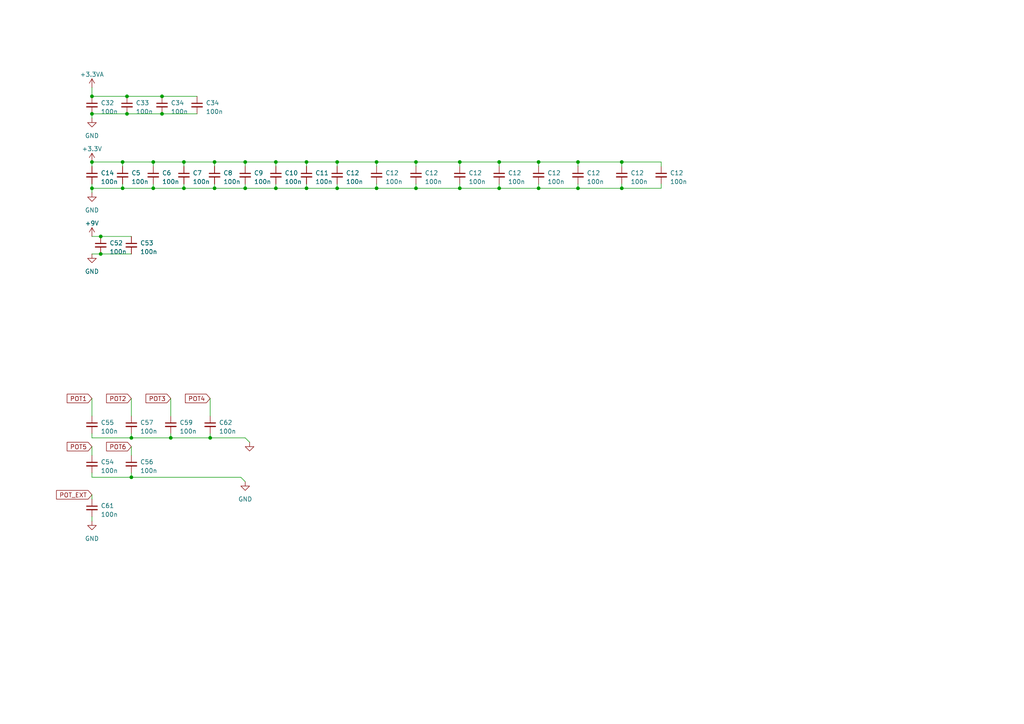
<source format=kicad_sch>
(kicad_sch (version 20230121) (generator eeschema)
  (paper "A4")
  (lib_symbols
    (symbol "Device:C_Small" (pin_numbers hide) (pin_names (offset 0.254) hide)
      (property "Reference" "C" (at 0.254 1.778 0))
      (property "Value" "C_Small" (at 0.254 -2.032 0))
      (symbol "C_Small_0_1"
        (polyline (pts (xy -1.524 -0.508) (xy 1.524 -0.508)) (stroke (width 0.3302)))
        (polyline (pts (xy -1.524 0.508) (xy 1.524 0.508)) (stroke (width 0.3048)))
      )
      (symbol "C_Small_1_1"
        (pin passive line (at 0 2.54 270) (length 2.032) (name "~") (number "1"))
        (pin passive line (at 0 -2.54 90) (length 2.032) (name "~") (number "2"))
      )
    )
    (symbol "power:+3.3V" (power) (pin_names (offset 0))
      (property "Value" "+3.3V" (at 0 3.556 0))
      (symbol "+3.3V_0_1"
        (polyline (pts (xy -0.762 1.27) (xy 0 2.54)))
        (polyline (pts (xy 0 0) (xy 0 2.54)))
        (polyline (pts (xy 0 2.54) (xy 0.762 1.27)))
      )
      (symbol "+3.3V_1_1"
        (pin power_in line (at 0 0 90) (length 0) hide (name "+3.3V") (number "1"))
      )
    )
    (symbol "power:+3.3VA" (power) (pin_names (offset 0))
      (property "Value" "+3.3VA" (at 0 3.556 0))
      (symbol "+3.3VA_0_1"
        (polyline (pts (xy -0.762 1.27) (xy 0 2.54)))
        (polyline (pts (xy 0 0) (xy 0 2.54)))
        (polyline (pts (xy 0 2.54) (xy 0.762 1.27)))
      )
      (symbol "+3.3VA_1_1"
        (pin power_in line (at 0 0 90) (length 0) hide (name "+3.3VA") (number "1"))
      )
    )
    (symbol "power:+9V" (power) (pin_names (offset 0))
      (property "Value" "+9V" (at 0 3.556 0))
      (symbol "+9V_0_1"
        (polyline (pts (xy -0.762 1.27) (xy 0 2.54)))
        (polyline (pts (xy 0 0) (xy 0 2.54)))
        (polyline (pts (xy 0 2.54) (xy 0.762 1.27)))
      )
      (symbol "+9V_1_1"
        (pin power_in line (at 0 0 90) (length 0) hide (name "+9V") (number "1"))
      )
    )
    (symbol "power:GND" (power) (pin_names (offset 0))
      (property "Value" "GND" (at 0 -3.81 0))
      (symbol "GND_0_1"
        (polyline (pts (xy 0 0) (xy 0 -1.27) (xy 1.27 -1.27) (xy 0 -2.54) (xy -1.27 -1.27) (xy 0 -1.27)))
      )
      (symbol "GND_1_1"
        (pin power_in line (at 0 0 270) (length 0) hide (name "GND") (number "1"))
      )
    )
  )
  (junction (at 133.35 46.99))
  (junction (at 144.78 46.99))
  (junction (at 144.78 54.61))
  (junction (at 156.21 46.99))
  (junction (at 71.12 46.99))
  (junction (at 109.22 54.61))
  (junction (at 26.67 46.99))
  (junction (at 46.99 33.02))
  (junction (at 53.34 54.61))
  (junction (at 120.65 46.99))
  (junction (at 167.64 54.61))
  (junction (at 35.56 46.99))
  (junction (at 38.1 138.43))
  (junction (at 44.45 46.99))
  (junction (at 26.67 33.02))
  (junction (at 180.34 54.61))
  (junction (at 49.53 127))
  (junction (at 97.79 54.61))
  (junction (at 109.22 46.99))
  (junction (at 60.96 127))
  (junction (at 88.9 46.99))
  (junction (at 167.64 46.99))
  (junction (at 71.12 54.61))
  (junction (at 80.01 46.99))
  (junction (at 53.34 46.99))
  (junction (at 46.99 27.94))
  (junction (at 35.56 54.61))
  (junction (at 62.23 46.99))
  (junction (at 133.35 54.61))
  (junction (at 29.21 73.66))
  (junction (at 180.34 46.99))
  (junction (at 62.23 54.61))
  (junction (at 120.65 54.61))
  (junction (at 38.1 127))
  (junction (at 97.79 46.99))
  (junction (at 36.83 33.02))
  (junction (at 26.67 54.61))
  (junction (at 88.9 54.61))
  (junction (at 44.45 54.61))
  (junction (at 36.83 27.94))
  (junction (at 26.67 27.94))
  (junction (at 80.01 54.61))
  (junction (at 156.21 54.61))
  (junction (at 29.21 68.58))
  (wire (pts (xy 29.21 68.58) (xy 38.1 68.58)))
  (wire (pts (xy 109.22 48.26) (xy 109.22 46.99)))
  (wire (pts (xy 109.22 53.34) (xy 109.22 54.61)))
  (wire (pts (xy 62.23 54.61) (xy 53.34 54.61)))
  (wire (pts (xy 26.67 48.26) (xy 26.67 46.99)))
  (wire (pts (xy 49.53 125.73) (xy 49.53 127)))
  (wire (pts (xy 35.56 54.61) (xy 26.67 54.61)))
  (wire (pts (xy 88.9 46.99) (xy 97.79 46.99)))
  (wire (pts (xy 120.65 53.34) (xy 120.65 54.61)))
  (wire (pts (xy 180.34 53.34) (xy 180.34 54.61)))
  (wire (pts (xy 26.67 143.51) (xy 26.67 144.78)))
  (wire (pts (xy 29.21 73.66) (xy 38.1 73.66)))
  (wire (pts (xy 144.78 54.61) (xy 156.21 54.61)))
  (wire (pts (xy 120.65 48.26) (xy 120.65 46.99)))
  (wire (pts (xy 80.01 46.99) (xy 71.12 46.99)))
  (wire (pts (xy 97.79 48.26) (xy 97.79 46.99)))
  (wire (pts (xy 26.67 127) (xy 38.1 127)))
  (wire (pts (xy 60.96 127) (xy 71.12 127)))
  (wire (pts (xy 38.1 127) (xy 49.53 127)))
  (wire (pts (xy 53.34 48.26) (xy 53.34 46.99)))
  (wire (pts (xy 156.21 53.34) (xy 156.21 54.61)))
  (wire (pts (xy 133.35 46.99) (xy 120.65 46.99)))
  (wire (pts (xy 38.1 125.73) (xy 38.1 127)))
  (wire (pts (xy 53.34 46.99) (xy 62.23 46.99)))
  (wire (pts (xy 26.67 68.58) (xy 29.21 68.58)))
  (wire (pts (xy 44.45 53.34) (xy 44.45 54.61)))
  (wire (pts (xy 26.67 149.86) (xy 26.67 151.13)))
  (wire (pts (xy 133.35 54.61) (xy 144.78 54.61)))
  (wire (pts (xy 69.85 138.43) (xy 71.12 139.7)))
  (wire (pts (xy 26.67 73.66) (xy 29.21 73.66)))
  (wire (pts (xy 26.67 33.02) (xy 36.83 33.02)))
  (wire (pts (xy 97.79 54.61) (xy 88.9 54.61)))
  (wire (pts (xy 88.9 48.26) (xy 88.9 46.99)))
  (wire (pts (xy 191.77 48.26) (xy 191.77 46.99)))
  (wire (pts (xy 38.1 137.16) (xy 38.1 138.43)))
  (wire (pts (xy 167.64 48.26) (xy 167.64 46.99)))
  (wire (pts (xy 60.96 115.57) (xy 60.96 120.65)))
  (wire (pts (xy 62.23 46.99) (xy 71.12 46.99)))
  (wire (pts (xy 156.21 54.61) (xy 167.64 54.61)))
  (wire (pts (xy 109.22 46.99) (xy 120.65 46.99)))
  (wire (pts (xy 49.53 127) (xy 60.96 127)))
  (wire (pts (xy 35.56 48.26) (xy 35.56 46.99)))
  (wire (pts (xy 144.78 53.34) (xy 144.78 54.61)))
  (wire (pts (xy 36.83 27.94) (xy 46.99 27.94)))
  (wire (pts (xy 97.79 46.99) (xy 109.22 46.99)))
  (wire (pts (xy 62.23 48.26) (xy 62.23 46.99)))
  (wire (pts (xy 71.12 53.34) (xy 71.12 54.61)))
  (wire (pts (xy 35.56 46.99) (xy 44.45 46.99)))
  (wire (pts (xy 180.34 48.26) (xy 180.34 46.99)))
  (wire (pts (xy 26.67 54.61) (xy 26.67 55.88)))
  (wire (pts (xy 144.78 46.99) (xy 133.35 46.99)))
  (wire (pts (xy 44.45 48.26) (xy 44.45 46.99)))
  (wire (pts (xy 80.01 54.61) (xy 71.12 54.61)))
  (wire (pts (xy 167.64 54.61) (xy 180.34 54.61)))
  (wire (pts (xy 49.53 115.57) (xy 49.53 120.65)))
  (wire (pts (xy 38.1 129.54) (xy 38.1 132.08)))
  (wire (pts (xy 62.23 53.34) (xy 62.23 54.61)))
  (wire (pts (xy 133.35 53.34) (xy 133.35 54.61)))
  (wire (pts (xy 26.67 129.54) (xy 26.67 132.08)))
  (wire (pts (xy 71.12 127) (xy 72.39 128.27)))
  (wire (pts (xy 36.83 33.02) (xy 46.99 33.02)))
  (wire (pts (xy 133.35 48.26) (xy 133.35 46.99)))
  (wire (pts (xy 26.67 46.99) (xy 35.56 46.99)))
  (wire (pts (xy 133.35 54.61) (xy 120.65 54.61)))
  (wire (pts (xy 71.12 54.61) (xy 62.23 54.61)))
  (wire (pts (xy 26.67 27.94) (xy 36.83 27.94)))
  (wire (pts (xy 44.45 54.61) (xy 35.56 54.61)))
  (wire (pts (xy 71.12 48.26) (xy 71.12 46.99)))
  (wire (pts (xy 26.67 33.02) (xy 26.67 34.29)))
  (wire (pts (xy 97.79 54.61) (xy 109.22 54.61)))
  (wire (pts (xy 26.67 125.73) (xy 26.67 127)))
  (wire (pts (xy 80.01 46.99) (xy 88.9 46.99)))
  (wire (pts (xy 180.34 46.99) (xy 167.64 46.99)))
  (wire (pts (xy 26.67 25.4) (xy 26.67 27.94)))
  (wire (pts (xy 26.67 137.16) (xy 26.67 138.43)))
  (wire (pts (xy 191.77 46.99) (xy 180.34 46.99)))
  (wire (pts (xy 80.01 48.26) (xy 80.01 46.99)))
  (wire (pts (xy 156.21 46.99) (xy 144.78 46.99)))
  (wire (pts (xy 26.67 53.34) (xy 26.67 54.61)))
  (wire (pts (xy 167.64 46.99) (xy 156.21 46.99)))
  (wire (pts (xy 38.1 115.57) (xy 38.1 120.65)))
  (wire (pts (xy 53.34 53.34) (xy 53.34 54.61)))
  (wire (pts (xy 88.9 54.61) (xy 80.01 54.61)))
  (wire (pts (xy 120.65 54.61) (xy 109.22 54.61)))
  (wire (pts (xy 180.34 54.61) (xy 191.77 54.61)))
  (wire (pts (xy 44.45 46.99) (xy 53.34 46.99)))
  (wire (pts (xy 144.78 48.26) (xy 144.78 46.99)))
  (wire (pts (xy 35.56 53.34) (xy 35.56 54.61)))
  (wire (pts (xy 26.67 115.57) (xy 26.67 120.65)))
  (wire (pts (xy 38.1 138.43) (xy 69.85 138.43)))
  (wire (pts (xy 60.96 125.73) (xy 60.96 127)))
  (wire (pts (xy 88.9 53.34) (xy 88.9 54.61)))
  (wire (pts (xy 191.77 53.34) (xy 191.77 54.61)))
  (wire (pts (xy 167.64 53.34) (xy 167.64 54.61)))
  (wire (pts (xy 156.21 48.26) (xy 156.21 46.99)))
  (wire (pts (xy 97.79 53.34) (xy 97.79 54.61)))
  (wire (pts (xy 46.99 33.02) (xy 57.15 33.02)))
  (wire (pts (xy 53.34 54.61) (xy 44.45 54.61)))
  (wire (pts (xy 46.99 27.94) (xy 57.15 27.94)))
  (wire (pts (xy 26.67 138.43) (xy 38.1 138.43)))
  (wire (pts (xy 80.01 53.34) (xy 80.01 54.61)))
  (global_label "POT_EXT" (shape input) (at 26.67 143.51 180) (property "Intersheetrefs" "${INTERSHEET_REFS}" (effects hide)))
  (global_label "POT6" (shape input) (at 38.1 129.54 180) (property "Intersheetrefs" "${INTERSHEET_REFS}" (effects hide)))
  (global_label "POT3" (shape input) (at 49.53 115.57 180) (property "Intersheetrefs" "${INTERSHEET_REFS}" (effects hide)))
  (global_label "POT2" (shape input) (at 38.1 115.57 180) (property "Intersheetrefs" "${INTERSHEET_REFS}" (effects hide)))
  (global_label "POT1" (shape input) (at 26.67 115.57 180) (property "Intersheetrefs" "${INTERSHEET_REFS}" (effects hide)))
  (global_label "POT4" (shape input) (at 60.96 115.57 180) (property "Intersheetrefs" "${INTERSHEET_REFS}" (effects hide)))
  (global_label "POT5" (shape input) (at 26.67 129.54 180) (property "Intersheetrefs" "${INTERSHEET_REFS}" (effects hide)))
  (symbol (lib_id "Device:C_Small") (at 26.67 147.32 0) (unit 1)
    (property "Reference" "C61" (at 29.21 146.6913 0) (effects (justify left)))
    (property "Value" "100n" (at 29.21 149.2313 0) (effects (justify left)))
    (property "Footprint" "Capacitor_SMD:C_0603_1608Metric" (effects hide))
  )
  (symbol (lib_id "Device:C_Small") (at 133.35 50.8 0) (unit 1)
    (property "Reference" "C12" (at 135.89 50.1713 0) (effects (justify left)))
    (property "Value" "100n" (at 135.89 52.7113 0) (effects (justify left)))
    (property "Footprint" "Capacitor_SMD:C_0603_1608Metric" (effects hide))
    (instances (project "stm_audio_board_V3" (path "" (reference "C12") (unit 1)) (path "" (reference "C60") (unit 1))))
  )
  (symbol (lib_id "Device:C_Small") (at 49.53 123.19 0) (unit 1)
    (property "Reference" "C59" (at 52.07 122.5613 0) (effects (justify left)))
    (property "Value" "100n" (at 52.07 125.1013 0) (effects (justify left)))
    (property "Footprint" "Capacitor_SMD:C_0603_1608Metric" (effects hide))
  )
  (symbol (lib_id "power:+9V") (at 26.67 68.58 0) (unit 1)
    (property "Reference" "#PWR074" (effects hide))
    (property "Value" "+9V" (at 26.67 64.77 0))
    (instances (project "stm_audio_board_V3" (path "" (reference "#PWR074") (unit 1)) (path "" (reference "#PWR055") (unit 1))))
  )
  (symbol (lib_id "Device:C_Small") (at 97.79 50.8 0) (unit 1)
    (property "Reference" "C12" (at 100.33 50.1713 0) (effects (justify left)))
    (property "Value" "100n" (at 100.33 52.7113 0) (effects (justify left)))
    (property "Footprint" "Capacitor_SMD:C_0603_1608Metric" (effects hide))
    (instances (project "stm_audio_board_V3" (path "" (reference "C12") (unit 1)) (path "" (reference "C14") (unit 1))))
  )
  (symbol (lib_id "power:GND") (at 71.12 139.7 0) (unit 1)
    (property "Reference" "#PWR048" (effects hide))
    (property "Value" "GND" (at 71.12 144.78 0))
    (instances (project "stm_audio_board_V3" (path "" (reference "#PWR048") (unit 1)) (path "" (reference "#PWR053") (unit 1))))
  )
  (symbol (lib_id "Device:C_Small") (at 46.99 30.48 0) (unit 1)
    (property "Reference" "C34" (at 49.53 29.8513 0) (effects (justify left)))
    (property "Value" "100n" (at 49.53 32.3913 0) (effects (justify left)))
    (property "Footprint" "Capacitor_SMD:C_0603_1608Metric" (effects hide))
  )
  (symbol (lib_id "power:GND") (at 26.67 151.13 0) (unit 1)
    (property "Reference" "#PWR054" (effects hide))
    (property "Value" "GND" (at 26.67 156.21 0))
    (instances (project "stm_audio_board_V3" (path "" (reference "#PWR054") (unit 1)) (path "" (reference "#PWR048") (unit 1))))
  )
  (symbol (lib_id "Device:C_Small") (at 180.34 50.8 0) (unit 1)
    (property "Reference" "C12" (at 182.88 50.1713 0) (effects (justify left)))
    (property "Value" "100n" (at 182.88 52.7113 0) (effects (justify left)))
    (property "Footprint" "Capacitor_SMD:C_0603_1608Metric" (effects hide))
    (instances (project "stm_audio_board_V3" (path "" (reference "C12") (unit 1)) (path "" (reference "C35") (unit 1))))
  )
  (symbol (lib_id "Device:C_Small") (at 38.1 123.19 0) (unit 1)
    (property "Reference" "C57" (at 40.64 122.5613 0) (effects (justify left)))
    (property "Value" "100n" (at 40.64 125.1013 0) (effects (justify left)))
    (property "Footprint" "Capacitor_SMD:C_0603_1608Metric" (effects hide))
  )
  (symbol (lib_id "Device:C_Small") (at 57.15 30.48 0) (unit 1)
    (property "Reference" "C34" (at 59.69 29.8513 0) (effects (justify left)))
    (property "Value" "100n" (at 59.69 32.3913 0) (effects (justify left)))
    (property "Footprint" "Capacitor_SMD:C_0603_1608Metric" (effects hide))
    (instances (project "stm_audio_board_V3" (path "" (reference "C34") (unit 1)) (path "" (reference "C122") (unit 1))))
  )
  (symbol (lib_id "Device:C_Small") (at 53.34 50.8 0) (unit 1)
    (property "Reference" "C7" (at 55.88 50.1713 0) (effects (justify left)))
    (property "Value" "100n" (at 55.88 52.7113 0) (effects (justify left)))
    (property "Footprint" "Capacitor_SMD:C_0603_1608Metric" (effects hide))
    (instances (project "stm_audio_board_V3" (path "" (reference "C7") (unit 1)) (path "" (reference "C8") (unit 1))))
  )
  (symbol (lib_id "Device:C_Small") (at 26.67 134.62 0) (unit 1)
    (property "Reference" "C54" (at 29.21 133.9913 0) (effects (justify left)))
    (property "Value" "100n" (at 29.21 136.5313 0) (effects (justify left)))
    (property "Footprint" "Capacitor_SMD:C_0603_1608Metric" (effects hide))
  )
  (symbol (lib_id "Device:C_Small") (at 26.67 50.8 0) (unit 1)
    (property "Reference" "C14" (at 29.21 50.1713 0) (effects (justify left)))
    (property "Value" "100n" (at 29.21 52.7113 0) (effects (justify left)))
    (property "Footprint" "Capacitor_SMD:C_0603_1608Metric" (effects hide))
    (instances (project "stm_audio_board_V3" (path "" (reference "C14") (unit 1)) (path "" (reference "C5") (unit 1))))
  )
  (symbol (lib_id "Device:C_Small") (at 60.96 123.19 0) (unit 1)
    (property "Reference" "C62" (at 63.5 122.5613 0) (effects (justify left)))
    (property "Value" "100n" (at 63.5 125.1013 0) (effects (justify left)))
    (property "Footprint" "Capacitor_SMD:C_0603_1608Metric" (effects hide))
  )
  (symbol (lib_id "Device:C_Small") (at 88.9 50.8 0) (unit 1)
    (property "Reference" "C11" (at 91.44 50.1713 0) (effects (justify left)))
    (property "Value" "100n" (at 91.44 52.7113 0) (effects (justify left)))
    (property "Footprint" "Capacitor_SMD:C_0603_1608Metric" (effects hide))
    (instances (project "stm_audio_board_V3" (path "" (reference "C11") (unit 1)) (path "" (reference "C12") (unit 1))))
  )
  (symbol (lib_id "Device:C_Small") (at 38.1 71.12 0) (unit 1)
    (property "Reference" "C53" (at 40.64 70.4913 0) (effects (justify left)))
    (property "Value" "100n" (at 40.64 73.0313 0) (effects (justify left)))
    (property "Footprint" "Capacitor_SMD:C_0603_1608Metric" (effects hide))
    (instances (project "stm_audio_board_V3" (path "" (reference "C53") (unit 1)) (path "" (reference "C90") (unit 1))))
  )
  (symbol (lib_id "power:GND") (at 26.67 55.88 0) (unit 1)
    (property "Reference" "#PWR05" (effects hide))
    (property "Value" "GND" (at 26.67 60.96 0))
  )
  (symbol (lib_id "Device:C_Small") (at 191.77 50.8 0) (unit 1)
    (property "Reference" "C12" (at 194.31 50.1713 0) (effects (justify left)))
    (property "Value" "100n" (at 194.31 52.7113 0) (effects (justify left)))
    (property "Footprint" "Capacitor_SMD:C_0603_1608Metric" (effects hide))
    (instances (project "stm_audio_board_V3" (path "" (reference "C12") (unit 1)) (path "" (reference "C36") (unit 1))))
  )
  (symbol (lib_id "power:GND") (at 72.39 128.27 0) (unit 1)
    (property "Reference" "#PWR053" (effects hide))
    (property "Value" "GND" (effects hide))
    (instances (project "stm_audio_board_V3" (path "" (reference "#PWR053") (unit 1)) (path "" (reference "#PWR054") (unit 1))))
  )
  (symbol (lib_id "power:+3.3V") (at 26.67 46.99 0) (unit 1)
    (property "Reference" "#PWR081" (effects hide))
    (property "Value" "+3.3V" (at 26.67 43.18 0))
    (instances (project "stm_audio_board_V3" (path "" (reference "#PWR081") (unit 1)) (path "" (reference "#PWR024") (unit 1))))
  )
  (symbol (lib_id "Device:C_Small") (at 29.21 71.12 0) (unit 1)
    (property "Reference" "C52" (at 31.75 70.4913 0) (effects (justify left)))
    (property "Value" "100n" (at 31.75 73.0313 0) (effects (justify left)))
    (property "Footprint" "Capacitor_SMD:C_0603_1608Metric" (effects hide))
    (instances (project "stm_audio_board_V3" (path "" (reference "C52") (unit 1)) (path "" (reference "C89") (unit 1))))
  )
  (symbol (lib_id "Device:C_Small") (at 167.64 50.8 0) (unit 1)
    (property "Reference" "C12" (at 170.18 50.1713 0) (effects (justify left)))
    (property "Value" "100n" (at 170.18 52.7113 0) (effects (justify left)))
    (property "Footprint" "Capacitor_SMD:C_0603_1608Metric" (effects hide))
    (instances (project "stm_audio_board_V3" (path "" (reference "C12") (unit 1)) (path "" (reference "C81") (unit 1))))
  )
  (symbol (lib_id "power:GND") (at 26.67 73.66 0) (unit 1)
    (property "Reference" "#PWR05" (effects hide))
    (property "Value" "GND" (at 26.67 78.74 0))
    (instances (project "stm_audio_board_V3" (path "" (reference "#PWR05") (unit 1)) (path "" (reference "#PWR059") (unit 1))))
  )
  (symbol (lib_id "Device:C_Small") (at 26.67 123.19 0) (unit 1)
    (property "Reference" "C55" (at 29.21 122.5613 0) (effects (justify left)))
    (property "Value" "100n" (at 29.21 125.1013 0) (effects (justify left)))
    (property "Footprint" "Capacitor_SMD:C_0603_1608Metric" (effects hide))
  )
  (symbol (lib_id "Device:C_Small") (at 144.78 50.8 0) (unit 1)
    (property "Reference" "C12" (at 147.32 50.1713 0) (effects (justify left)))
    (property "Value" "100n" (at 147.32 52.7113 0) (effects (justify left)))
    (property "Footprint" "Capacitor_SMD:C_0603_1608Metric" (effects hide))
    (instances (project "stm_audio_board_V3" (path "" (reference "C12") (unit 1)) (path "" (reference "C64") (unit 1))))
  )
  (symbol (lib_id "Device:C_Small") (at 62.23 50.8 0) (unit 1)
    (property "Reference" "C8" (at 64.77 50.1713 0) (effects (justify left)))
    (property "Value" "100n" (at 64.77 52.7113 0) (effects (justify left)))
    (property "Footprint" "Capacitor_SMD:C_0603_1608Metric" (effects hide))
    (instances (project "stm_audio_board_V3" (path "" (reference "C8") (unit 1)) (path "" (reference "C9") (unit 1))))
  )
  (symbol (lib_id "Device:C_Small") (at 38.1 134.62 0) (unit 1)
    (property "Reference" "C56" (at 40.64 133.9913 0) (effects (justify left)))
    (property "Value" "100n" (at 40.64 136.5313 0) (effects (justify left)))
    (property "Footprint" "Capacitor_SMD:C_0603_1608Metric" (effects hide))
  )
  (symbol (lib_id "Device:C_Small") (at 80.01 50.8 0) (unit 1)
    (property "Reference" "C10" (at 82.55 50.1713 0) (effects (justify left)))
    (property "Value" "100n" (at 82.55 52.7113 0) (effects (justify left)))
    (property "Footprint" "Capacitor_SMD:C_0603_1608Metric" (effects hide))
    (instances (project "stm_audio_board_V3" (path "" (reference "C10") (unit 1)) (path "" (reference "C11") (unit 1))))
  )
  (symbol (lib_id "Device:C_Small") (at 71.12 50.8 0) (unit 1)
    (property "Reference" "C9" (at 73.66 50.1713 0) (effects (justify left)))
    (property "Value" "100n" (at 73.66 52.7113 0) (effects (justify left)))
    (property "Footprint" "Capacitor_SMD:C_0603_1608Metric" (effects hide))
    (instances (project "stm_audio_board_V3" (path "" (reference "C9") (unit 1)) (path "" (reference "C10") (unit 1))))
  )
  (symbol (lib_id "Device:C_Small") (at 44.45 50.8 0) (unit 1)
    (property "Reference" "C6" (at 46.99 50.1713 0) (effects (justify left)))
    (property "Value" "100n" (at 46.99 52.7113 0) (effects (justify left)))
    (property "Footprint" "Capacitor_SMD:C_0603_1608Metric" (effects hide))
    (instances (project "stm_audio_board_V3" (path "" (reference "C6") (unit 1)) (path "" (reference "C7") (unit 1))))
  )
  (symbol (lib_id "power:GND") (at 26.67 34.29 0) (unit 1)
    (property "Reference" "#PWR05" (effects hide))
    (property "Value" "GND" (at 26.67 39.37 0))
    (instances (project "stm_audio_board_V3" (path "" (reference "#PWR05") (unit 1)) (path "" (reference "#PWR01") (unit 1))))
  )
  (symbol (lib_id "Device:C_Small") (at 36.83 30.48 0) (unit 1)
    (property "Reference" "C33" (at 39.37 29.8513 0) (effects (justify left)))
    (property "Value" "100n" (at 39.37 32.3913 0) (effects (justify left)))
    (property "Footprint" "Capacitor_SMD:C_0603_1608Metric" (effects hide))
  )
  (symbol (lib_id "Device:C_Small") (at 26.67 30.48 0) (unit 1)
    (property "Reference" "C32" (at 29.21 29.8513 0) (effects (justify left)))
    (property "Value" "100n" (at 29.21 32.3913 0) (effects (justify left)))
    (property "Footprint" "Capacitor_SMD:C_0603_1608Metric" (effects hide))
  )
  (symbol (lib_id "Device:C_Small") (at 120.65 50.8 0) (unit 1)
    (property "Reference" "C12" (at 123.19 50.1713 0) (effects (justify left)))
    (property "Value" "100n" (at 123.19 52.7113 0) (effects (justify left)))
    (property "Footprint" "Capacitor_SMD:C_0603_1608Metric" (effects hide))
    (instances (project "stm_audio_board_V3" (path "" (reference "C12") (unit 1)) (path "" (reference "C58") (unit 1))))
  )
  (symbol (lib_id "Device:C_Small") (at 109.22 50.8 0) (unit 1)
    (property "Reference" "C12" (at 111.76 50.1713 0) (effects (justify left)))
    (property "Value" "100n" (at 111.76 52.7113 0) (effects (justify left)))
    (property "Footprint" "Capacitor_SMD:C_0603_1608Metric" (effects hide))
    (instances (project "stm_audio_board_V3" (path "" (reference "C12") (unit 1)) (path "" (reference "C3") (unit 1))))
  )
  (symbol (lib_id "power:+3.3VA") (at 26.67 25.4 0) (unit 1)
    (property "Reference" "#PWR055" (effects hide))
    (property "Value" "+3.3VA" (at 26.67 21.59 0))
    (instances (project "stm_audio_board_V3" (path "" (reference "#PWR055") (unit 1)) (path "" (reference "#PWR038") (unit 1))))
  )
  (symbol (lib_id "Device:C_Small") (at 35.56 50.8 0) (unit 1)
    (property "Reference" "C5" (at 38.1 50.1713 0) (effects (justify left)))
    (property "Value" "100n" (at 38.1 52.7113 0) (effects (justify left)))
    (property "Footprint" "Capacitor_SMD:C_0603_1608Metric" (effects hide))
    (instances (project "stm_audio_board_V3" (path "" (reference "C5") (unit 1)) (path "" (reference "C6") (unit 1))))
  )
  (symbol (lib_id "Device:C_Small") (at 156.21 50.8 0) (unit 1)
    (property "Reference" "C12" (at 158.75 50.1713 0) (effects (justify left)))
    (property "Value" "100n" (at 158.75 52.7113 0) (effects (justify left)))
    (property "Footprint" "Capacitor_SMD:C_0603_1608Metric" (effects hide))
    (instances (project "stm_audio_board_V3" (path "" (reference "C12") (unit 1)) (path "" (reference "C78") (unit 1))))
  )
)
</source>
